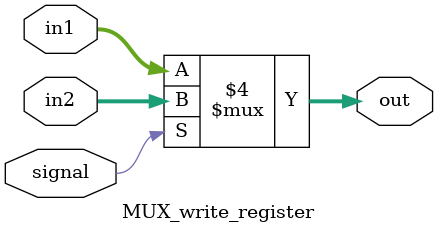
<source format=v>
`timescale 1ns / 1ps


module MUX_write_register(
    input signal,
    input [4:0]in1,
    input [4:0]in2,
    output reg [4:0]out
);
always@(*)
begin
    if(signal==0)
        out=in1;
    else out=in2;
end
endmodule


</source>
